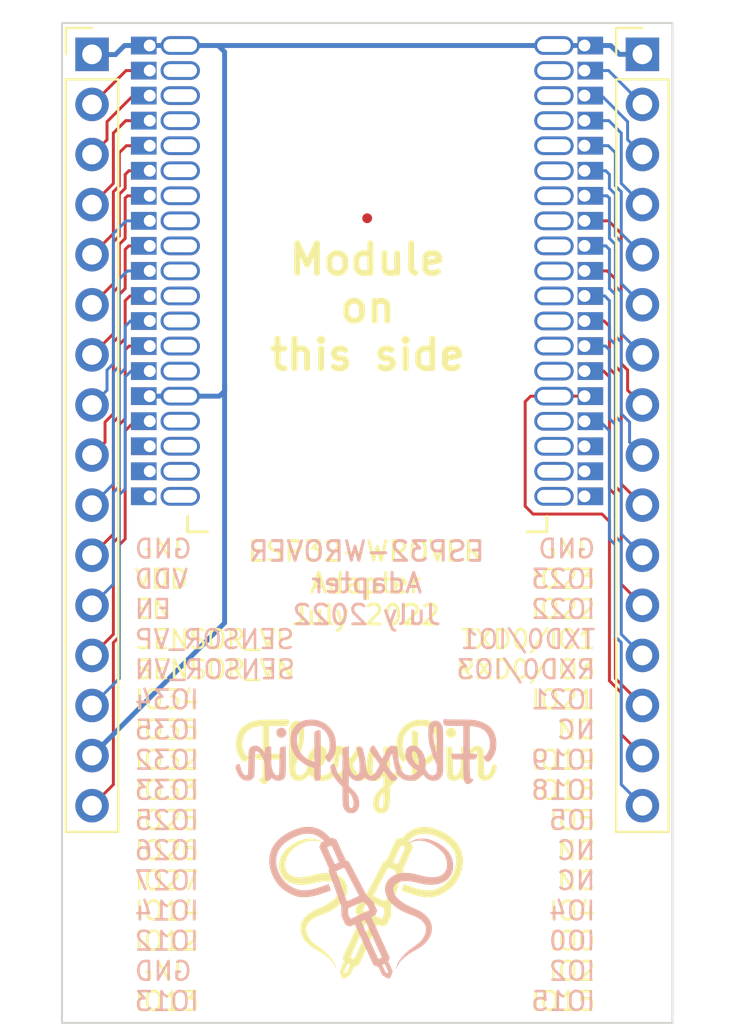
<source format=kicad_pcb>
(kicad_pcb (version 20221018) (generator pcbnew)
  (layers (0 "F.Cu" signal) (31 "B.Cu" signal) (34 "B.Paste" user) (35 "F.Paste" user) (36 "B.SilkS" user "B.Silkscreen") (37 "F.SilkS" user "F.Silkscreen") (38 "B.Mask" user) (39 "F.Mask" user) (44 "Edge.Cuts" user))
  (net 0 "")
  (net 1 "/GND")
  (net 2 "/VDD")
  (net 3 "/EN")
  (net 4 "/SENSOR_VP")
  (net 5 "/SENSOR_VN")
  (net 6 "/IO34")
  (net 7 "/IO35")
  (net 8 "/IO32")
  (net 9 "/IO33")
  (net 10 "/IO25")
  (net 11 "/IO26")
  (net 12 "/IO27")
  (net 13 "/IO14")
  (net 14 "/IO12")
  (net 15 "/IO13")
  (net 16 "/IO15")
  (net 17 "/IO2")
  (net 18 "/IO23")
  (net 19 "/IO22")
  (net 20 "/TXD0{slash}IO1")
  (net 21 "/RXD0{slash}IO3")
  (net 22 "/IO21")
  (net 23 "/NC")
  (net 24 "/IO19")
  (net 25 "/IO18")
  (net 26 "/IO5")
  (net 27 "/IO16")
  (net 28 "/IO4")
  (net 29 "/IO0")
  (net 33 "/IO17")
  (footprint "Connector_PinHeader_2.54mm:PinHeader_1x16_P2.54mm_Vertical" (layer "F.Cu") (at 162.052 81.788)
    (fp_text reference "J22" hide)
    (fp_text value "Conn_01x16")
    (pad "1" thru_hole rect (at 0 0) (size 1.7 1.7) (drill 1) (layers "*.Cu" "*.Mask") (net 1 "/GND"))
    (pad "2" thru_hole oval (at 0 2.54) (size 1.7 1.7) (drill 1) (layers "*.Cu" "*.Mask") (net 18 "/IO23"))
    (pad "3" thru_hole oval (at 0 5.08) (size 1.7 1.7) (drill 1) (layers "*.Cu" "*.Mask") (net 19 "/IO22"))
    (pad "4" thru_hole oval (at 0 7.62) (size 1.7 1.7) (drill 1) (layers "*.Cu" "*.Mask") (net 20 "/TXD0{slash}IO1"))
    (pad "5" thru_hole oval (at 0 10.16) (size 1.7 1.7) (drill 1) (layers "*.Cu" "*.Mask") (net 21 "/RXD0{slash}IO3"))
    (pad "6" thru_hole oval (at 0 12.7) (size 1.7 1.7) (drill 1) (layers "*.Cu" "*.Mask") (net 22 "/IO21"))
    (pad "7" thru_hole oval (at 0 15.24) (size 1.7 1.7) (drill 1) (layers "*.Cu" "*.Mask") (net 23 "/NC"))
    (pad "8" thru_hole oval (at 0 17.78) (size 1.7 1.7) (drill 1) (layers "*.Cu" "*.Mask") (net 24 "/IO19"))
    (pad "9" thru_hole oval (at 0 20.32) (size 1.7 1.7) (drill 1) (layers "*.Cu" "*.Mask") (net 25 "/IO18"))
    (pad "10" thru_hole oval (at 0 22.86) (size 1.7 1.7) (drill 1) (layers "*.Cu" "*.Mask") (net 26 "/IO5"))
    (pad "11" thru_hole oval (at 0 25.4) (size 1.7 1.7) (drill 1) (layers "*.Cu" "*.Mask") (net 33 "/IO17"))
    (pad "12" thru_hole oval (at 0 27.94) (size 1.7 1.7) (drill 1) (layers "*.Cu" "*.Mask") (net 27 "/IO16"))
    (pad "13" thru_hole oval (at 0 30.48) (size 1.7 1.7) (drill 1) (layers "*.Cu" "*.Mask") (net 28 "/IO4"))
    (pad "14" thru_hole oval (at 0 33.02) (size 1.7 1.7) (drill 1) (layers "*.Cu" "*.Mask") (net 29 "/IO0"))
    (pad "15" thru_hole oval (at 0 35.56) (size 1.7 1.7) (drill 1) (layers "*.Cu" "*.Mask") (net 17 "/IO2"))
    (pad "16" thru_hole oval (at 0 38.1) (size 1.7 1.7) (drill 1) (layers "*.Cu" "*.Mask") (net 16 "/IO15"))
  )
  (footprint "FlexyPin:FlexyPin_1x02_P1.27mm" (layer "F.Cu") (at 137.04 92.77)
    (fp_text reference "J4" hide)
    (fp_text value "Conn_01x02")
    (pad "" thru_hole oval (at 1.55 0 180) (size 2 0.95) (drill oval 1.7 0.65) (layers "*.Cu" "*.Mask"))
    (pad "" thru_hole oval (at 1.55 1.27 180) (size 2 0.95) (drill oval 1.7 0.65) (layers "*.Cu" "*.Mask"))
    (pad "1" thru_hole rect (at 0 0) (size 1.3 0.9) (drill 0.6 (offset -0.3 0)) (layers "*.Cu" "*.Mask") (net 10 "/IO25"))
    (pad "2" thru_hole rect (at 0 1.27) (size 1.3 0.9) (drill 0.6 (offset -0.3 0)) (layers "*.Cu" "*.Mask") (net 11 "/IO26"))
  )
  (footprint "FlexyPin:FlexyPin_1x02_P1.27mm" (layer "F.Cu") (at 137.04 100.39)
    (fp_text reference "J7" hide)
    (fp_text value "Conn_01x02")
    (pad "" thru_hole oval (at 1.55 0 180) (size 2 0.95) (drill oval 1.7 0.65) (layers "*.Cu" "*.Mask"))
    (pad "" thru_hole oval (at 1.55 1.27 180) (size 2 0.95) (drill oval 1.7 0.65) (layers "*.Cu" "*.Mask"))
    (pad "1" thru_hole rect (at 0 0) (size 1.3 0.9) (drill 0.6 (offset -0.3 0)) (layers "*.Cu" "*.Mask") (net 15 "/IO13"))
    (pad "2" thru_hole rect (at 0 1.27) (size 1.3 0.9) (drill 0.6 (offset -0.3 0)) (layers "*.Cu" "*.Mask"))
  )
  (footprint "Connector_PinHeader_2.54mm:PinHeader_1x16_P2.54mm_Vertical" (layer "F.Cu") (at 134.112 81.788)
    (fp_text reference "J1" hide)
    (fp_text value "Conn_01x16")
    (pad "1" thru_hole rect (at 0 0) (size 1.7 1.7) (drill 1) (layers "*.Cu" "*.Mask") (net 1 "/GND"))
    (pad "2" thru_hole oval (at 0 2.54) (size 1.7 1.7) (drill 1) (layers "*.Cu" "*.Mask") (net 2 "/VDD"))
    (pad "3" thru_hole oval (at 0 5.08) (size 1.7 1.7) (drill 1) (layers "*.Cu" "*.Mask") (net 3 "/EN"))
    (pad "4" thru_hole oval (at 0 7.62) (size 1.7 1.7) (drill 1) (layers "*.Cu" "*.Mask") (net 4 "/SENSOR_VP"))
    (pad "5" thru_hole oval (at 0 10.16) (size 1.7 1.7) (drill 1) (layers "*.Cu" "*.Mask") (net 5 "/SENSOR_VN"))
    (pad "6" thru_hole oval (at 0 12.7) (size 1.7 1.7) (drill 1) (layers "*.Cu" "*.Mask") (net 6 "/IO34"))
    (pad "7" thru_hole oval (at 0 15.24) (size 1.7 1.7) (drill 1) (layers "*.Cu" "*.Mask") (net 7 "/IO35"))
    (pad "8" thru_hole oval (at 0 17.78) (size 1.7 1.7) (drill 1) (layers "*.Cu" "*.Mask") (net 8 "/IO32"))
    (pad "9" thru_hole oval (at 0 20.32) (size 1.7 1.7) (drill 1) (layers "*.Cu" "*.Mask") (net 9 "/IO33"))
    (pad "10" thru_hole oval (at 0 22.86) (size 1.7 1.7) (drill 1) (layers "*.Cu" "*.Mask") (net 10 "/IO25"))
    (pad "11" thru_hole oval (at 0 25.4) (size 1.7 1.7) (drill 1) (layers "*.Cu" "*.Mask") (net 11 "/IO26"))
    (pad "12" thru_hole oval (at 0 27.94) (size 1.7 1.7) (drill 1) (layers "*.Cu" "*.Mask") (net 12 "/IO27"))
    (pad "13" thru_hole oval (at 0 30.48) (size 1.7 1.7) (drill 1) (layers "*.Cu" "*.Mask") (net 13 "/IO14"))
    (pad "14" thru_hole oval (at 0 33.02) (size 1.7 1.7) (drill 1) (layers "*.Cu" "*.Mask") (net 14 "/IO12"))
    (pad "15" thru_hole oval (at 0 35.56) (size 1.7 1.7) (drill 1) (layers "*.Cu" "*.Mask") (net 1 "/GND"))
    (pad "16" thru_hole oval (at 0 38.1) (size 1.7 1.7) (drill 1) (layers "*.Cu" "*.Mask") (net 15 "/IO13"))
  )
  (footprint "FlexyPin:FlexyPin_1x02_P1.27mm" (layer "F.Cu") (at 137.04 95.31)
    (fp_text reference "J5" hide)
    (fp_text value "Conn_01x02")
    (pad "" thru_hole oval (at 1.55 0 180) (size 2 0.95) (drill oval 1.7 0.65) (layers "*.Cu" "*.Mask"))
    (pad "" thru_hole oval (at 1.55 1.27 180) (size 2 0.95) (drill oval 1.7 0.65) (layers "*.Cu" "*.Mask"))
    (pad "1" thru_hole rect (at 0 0) (size 1.3 0.9) (drill 0.6 (offset -0.3 0)) (layers "*.Cu" "*.Mask") (net 12 "/IO27"))
    (pad "2" thru_hole rect (at 0 1.27) (size 1.3 0.9) (drill 0.6 (offset -0.3 0)) (layers "*.Cu" "*.Mask") (net 13 "/IO14"))
  )
  (footprint "FlexyPin:FlexyPin_1x02_P1.27mm" (layer "F.Cu") (at 137.04 97.85)
    (fp_text reference "J6" hide)
    (fp_text value "Conn_01x02")
    (pad "" thru_hole oval (at 1.55 0 180) (size 2 0.95) (drill oval 1.7 0.65) (layers "*.Cu" "*.Mask"))
    (pad "" thru_hole oval (at 1.55 1.27 180) (size 2 0.95) (drill oval 1.7 0.65) (layers "*.Cu" "*.Mask") (net 1 "/GND"))
    (pad "1" thru_hole rect (at 0 0) (size 1.3 0.9) (drill 0.6 (offset -0.3 0)) (layers "*.Cu" "*.Mask") (net 14 "/IO12"))
    (pad "2" thru_hole rect (at 0 1.27) (size 1.3 0.9) (drill 0.6 (offset -0.3 0)) (layers "*.Cu" "*.Mask") (net 1 "/GND"))
  )
  (footprint "FlexyPin:FlexyPin_1x02_P1.27mm" (layer "F.Cu") (at 137.04 82.61)
    (fp_text reference "J24" hide)
    (fp_text value "Conn_01x02")
    (pad "" thru_hole oval (at 1.55 0 180) (size 2 0.95) (drill oval 1.7 0.65) (layers "*.Cu" "*.Mask"))
    (pad "" thru_hole oval (at 1.55 1.27 180) (size 2 0.95) (drill oval 1.7 0.65) (layers "*.Cu" "*.Mask"))
    (pad "1" thru_hole rect (at 0 0) (size 1.3 0.9) (drill 0.6 (offset -0.3 0)) (layers "*.Cu" "*.Mask") (net 2 "/VDD"))
    (pad "2" thru_hole rect (at 0 1.27) (size 1.3 0.9) (drill 0.6 (offset -0.3 0)) (layers "*.Cu" "*.Mask") (net 3 "/EN"))
  )
  (footprint "FlexyPin:FlexyPin_1x02_P1.27mm" (layer "F.Cu") (at 159.1126 94.04 180)
    (fp_text reference "J17" hide)
    (fp_text value "Conn_01x02")
    (pad "" thru_hole oval (at 1.55 0) (size 2 0.95) (drill oval 1.7 0.65) (layers "*.Cu" "*.Mask"))
    (pad "" thru_hole oval (at 1.55 1.27) (size 2 0.95) (drill oval 1.7 0.65) (layers "*.Cu" "*.Mask"))
    (pad "1" thru_hole rect (at 0 0 180) (size 1.3 0.9) (drill 0.6 (offset -0.3 0)) (layers "*.Cu" "*.Mask") (net 33 "/IO17"))
    (pad "2" thru_hole rect (at 0 1.27 180) (size 1.3 0.9) (drill 0.6 (offset -0.3 0)) (layers "*.Cu" "*.Mask") (net 26 "/IO5"))
  )
  (footprint "LOGO" (layer "F.Cu") (at 148.05 117.893522)
    (fp_text reference "G***" hide)
    (fp_text value "LOGO" hide)
  )
  (footprint "FlexyPin:FlexyPin_1x02_P1.27mm" (layer "F.Cu") (at 159.11 86.42 180)
    (fp_text reference "J27" hide)
    (fp_text value "Conn_01x02")
    (pad "" thru_hole oval (at 1.55 0) (size 2 0.95) (drill oval 1.7 0.65) (layers "*.Cu" "*.Mask"))
    (pad "" thru_hole oval (at 1.55 1.27) (size 2 0.95) (drill oval 1.7 0.65) (layers "*.Cu" "*.Mask"))
    (pad "1" thru_hole rect (at 0 0 180) (size 1.3 0.9) (drill 0.6 (offset -0.3 0)) (layers "*.Cu" "*.Mask") (net 21 "/RXD0{slash}IO3"))
    (pad "2" thru_hole rect (at 0 1.27 180) (size 1.3 0.9) (drill 0.6 (offset -0.3 0)) (layers "*.Cu" "*.Mask") (net 20 "/TXD0{slash}IO1"))
  )
  (footprint "FlexyPin:FlexyPin_1x02_P1.27mm" (layer "F.Cu") (at 159.1126 91.5 180)
    (fp_text reference "J16" hide)
    (fp_text value "Conn_01x02")
    (pad "" thru_hole oval (at 1.55 0) (size 2 0.95) (drill oval 1.7 0.65) (layers "*.Cu" "*.Mask"))
    (pad "" thru_hole oval (at 1.55 1.27) (size 2 0.95) (drill oval 1.7 0.65) (layers "*.Cu" "*.Mask"))
    (pad "1" thru_hole rect (at 0 0 180) (size 1.3 0.9) (drill 0.6 (offset -0.3 0)) (layers "*.Cu" "*.Mask") (net 25 "/IO18"))
    (pad "2" thru_hole rect (at 0 1.27 180) (size 1.3 0.9) (drill 0.6 (offset -0.3 0)) (layers "*.Cu" "*.Mask") (net 24 "/IO19"))
  )
  (footprint "FlexyPin:FlexyPin_1x02_P1.27mm" (layer "F.Cu") (at 159.1126 96.58 180)
    (fp_text reference "J18" hide)
    (fp_text value "Conn_01x02")
    (pad "" thru_hole oval (at 1.55 0) (size 2 0.95) (drill oval 1.7 0.65) (layers "*.Cu" "*.Mask"))
    (pad "" thru_hole oval (at 1.55 1.27) (size 2 0.95) (drill oval 1.7 0.65) (layers "*.Cu" "*.Mask"))
    (pad "1" thru_hole rect (at 0 0 180) (size 1.3 0.9) (drill 0.6 (offset -0.3 0)) (layers "*.Cu" "*.Mask") (net 28 "/IO4"))
    (pad "2" thru_hole rect (at 0 1.27 180) (size 1.3 0.9) (drill 0.6 (offset -0.3 0)) (layers "*.Cu" "*.Mask") (net 27 "/IO16"))
  )
  (footprint "FlexyPin:FlexyPin_1x02_P1.27mm" (layer "F.Cu") (at 159.1126 99.12 180)
    (fp_text reference "J19" hide)
    (fp_text value "Conn_01x02")
    (pad "" thru_hole oval (at 1.55 0) (size 2 0.95) (drill oval 1.7 0.65) (layers "*.Cu" "*.Mask") (net 17 "/IO2"))
    (pad "" thru_hole oval (at 1.55 1.27) (size 2 0.95) (drill oval 1.7 0.65) (layers "*.Cu" "*.Mask"))
    (pad "1" thru_hole rect (at 0 0 180) (size 1.3 0.9) (drill 0.6 (offset -0.3 0)) (layers "*.Cu" "*.Mask") (net 17 "/IO2"))
    (pad "2" thru_hole rect (at 0 1.27 180) (size 1.3 0.9) (drill 0.6 (offset -0.3 0)) (layers "*.Cu" "*.Mask") (net 29 "/IO0"))
  )
  (footprint "FlexyPin:FlexyPin_1x02_P1.27mm" (layer "F.Cu") (at 137.04 87.69)
    (fp_text reference "J2" hide)
    (fp_text value "Conn_01x02")
    (pad "" thru_hole oval (at 1.55 0 180) (size 2 0.95) (drill oval 1.7 0.65) (layers "*.Cu" "*.Mask"))
    (pad "" thru_hole oval (at 1.55 1.27 180) (size 2 0.95) (drill oval 1.7 0.65) (layers "*.Cu" "*.Mask"))
    (pad "1" thru_hole rect (at 0 0) (size 1.3 0.9) (drill 0.6 (offset -0.3 0)) (layers "*.Cu" "*.Mask") (net 6 "/IO34"))
    (pad "2" thru_hole rect (at 0 1.27) (size 1.3 0.9) (drill 0.6 (offset -0.3 0)) (layers "*.Cu" "*.Mask") (net 7 "/IO35"))
  )
  (footprint "FlexyPin:FlexyPin_1x02_P1.27mm" (layer "F.Cu") (at 137.04 90.23)
    (fp_text reference "J3" hide)
    (fp_text value "Conn_01x02")
    (pad "" thru_hole oval (at 1.55 0 180) (size 2 0.95) (drill oval 1.7 0.65) (layers "*.Cu" "*.Mask"))
    (pad "" thru_hole oval (at 1.55 1.27 180) (size 2 0.95) (drill oval 1.7 0.65) (layers "*.Cu" "*.Mask"))
    (pad "1" thru_hole rect (at 0 0) (size 1.3 0.9) (drill 0.6 (offset -0.3 0)) (layers "*.Cu" "*.Mask") (net 8 "/IO32"))
    (pad "2" thru_hole rect (at 0 1.27) (size 1.3 0.9) (drill 0.6 (offset -0.3 0)) (layers "*.Cu" "*.Mask") (net 9 "/IO33"))
  )
  (footprint "FlexyPin:FlexyPin_1x01_P1.27mm" (layer "F.Cu") (at 137.04 81.34)
    (fp_text reference "J12" hide)
    (fp_text value "Conn_01x01")
    (pad "" thru_hole oval (at 1.55 0) (size 2 0.95) (drill oval 1.7 0.65) (layers "*.Cu" "*.Mask") (net 1 "/GND"))
    (pad "1" thru_hole rect (at 0 0) (size 1.3 0.9) (drill 0.6 (offset -0.3 0)) (layers "*.Cu" "*.Mask") (net 1 "/GND"))
  )
  (footprint "FlexyPin:FlexyPin_1x02_P1.27mm" (layer "F.Cu") (at 159.1126 104.2 180)
    (fp_text reference "J21" hide)
    (fp_text value "Conn_01x02")
    (pad "" thru_hole oval (at 1.55 0) (size 2 0.95) (drill oval 1.7 0.65) (layers "*.Cu" "*.Mask"))
    (pad "" thru_hole oval (at 1.55 1.27) (size 2 0.95) (drill oval 1.7 0.65) (layers "*.Cu" "*.Mask"))
    (pad "1" thru_hole rect (at 0 0 180) (size 1.3 0.9) (drill 0.6 (offset -0.3 0)) (layers "*.Cu" "*.Mask"))
    (pad "2" thru_hole rect (at 0 1.27 180) (size 1.3 0.9) (drill 0.6 (offset -0.3 0)) (layers "*.Cu" "*.Mask"))
  )
  (footprint "Symbols_Extra:SolderParty-New-Logo_10x8.5mm_SilkScreen" (layer "F.Cu") (at 148.6 124.493522)
    (fp_text reference "G***" hide)
    (fp_text value "LOGO" hide)
  )
  (footprint "Fiducial:Fiducial_0.5mm_Mask1.5mm" (layer "F.Cu") (at 148.08 90.1)
    (fp_text reference "REF**" hide)
    (fp_text value "Fiducial_0.5mm_Mask1.5mm")
    (pad "" smd circle (at 0 0) (size 0.5 0.5) (layers "F.Cu") (clearance 0.5))
  )
  (footprint "FlexyPin:FlexyPin_1x02_P1.27mm" (layer "F.Cu") (at 159.1126 88.96 180)
    (fp_text reference "J15" hide)
    (fp_text value "Conn_01x02")
    (pad "" thru_hole oval (at 1.55 0) (size 2 0.95) (drill oval 1.7 0.65) (layers "*.Cu" "*.Mask"))
    (pad "" thru_hole oval (at 1.55 1.27) (size 2 0.95) (drill oval 1.7 0.65) (layers "*.Cu" "*.Mask"))
    (pad "1" thru_hole rect (at 0 0 180) (size 1.3 0.9) (drill 0.6 (offset -0.3 0)) (layers "*.Cu" "*.Mask") (net 23 "/NC"))
    (pad "2" thru_hole rect (at 0 1.27 180) (size 1.3 0.9) (drill 0.6 (offset -0.3 0)) (layers "*.Cu" "*.Mask") (net 22 "/IO21"))
  )
  (footprint "FlexyPin:FlexyPin_1x02_P1.27mm" (layer "F.Cu") (at 137.04 102.93)
    (fp_text reference "J8" hide)
    (fp_text value "Conn_01x02")
    (pad "" thru_hole oval (at 1.55 0 180) (size 2 0.95) (drill oval 1.7 0.65) (layers "*.Cu" "*.Mask"))
    (pad "" thru_hole oval (at 1.55 1.27 180) (size 2 0.95) (drill oval 1.7 0.65) (layers "*.Cu" "*.Mask"))
    (pad "1" thru_hole rect (at 0 0) (size 1.3 0.9) (drill 0.6 (offset -0.3 0)) (layers "*.Cu" "*.Mask"))
    (pad "2" thru_hole rect (at 0 1.27) (size 1.3 0.9) (drill 0.6 (offset -0.3 0)) (layers "*.Cu" "*.Mask"))
  )
  (footprint "FlexyPin:FlexyPin_1x02_P1.27mm" (layer "F.Cu") (at 159.11 83.88 180)
    (fp_text reference "J25" hide)
    (fp_text value "Conn_01x02")
    (pad "" thru_hole oval (at 1.55 0) (size 2 0.95) (drill oval 1.7 0.65) (layers "*.Cu" "*.Mask"))
    (pad "" thru_hole oval (at 1.55 1.27) (size 2 0.95) (drill oval 1.7 0.65) (layers "*.Cu" "*.Mask"))
    (pad "1" thru_hole rect (at 0 0 180) (size 1.3 0.9) (drill 0.6 (offset -0.3 0)) (layers "*.Cu" "*.Mask") (net 19 "/IO22"))
    (pad "2" thru_hole rect (at 0 1.27 180) (size 1.3 0.9) (drill 0.6 (offset -0.3 0)) (layers "*.Cu" "*.Mask") (net 18 "/IO23"))
  )
  (footprint "FlexyPin:FlexyPin_1x02_P1.27mm" (layer "F.Cu") (at 159.1126 101.6645 180)
    (fp_text reference "J20" hide)
    (fp_text value "Conn_01x02")
    (pad "" thru_hole oval (at 1.55 0) (size 2 0.95) (drill oval 1.7 0.65) (layers "*.Cu" "*.Mask"))
    (pad "" thru_hole oval (at 1.55 1.27) (size 2 0.95) (drill oval 1.7 0.65) (layers "*.Cu" "*.Mask"))
    (pad "1" thru_hole rect (at 0 0 180) (size 1.3 0.9) (drill 0.6 (offset -0.3 0)) (layers "*.Cu" "*.Mask"))
    (pad "2" thru_hole rect (at 0 1.27 180) (size 1.3 0.9) (drill 0.6 (offset -0.3 0)) (layers "*.Cu" "*.Mask") (net 16 "/IO15"))
  )
  (footprint "FlexyPin:FlexyPin_1x02_P1.27mm" (layer "F.Cu") (at 137.04 85.15)
    (fp_text reference "J26" hide)
    (fp_text value "Conn_01x02")
    (pad "" thru_hole oval (at 1.55 0 180) (size 2 0.95) (drill oval 1.7 0.65) (layers "*.Cu" "*.Mask"))
    (pad "" thru_hole oval (at 1.55 1.27 180) (size 2 0.95) (drill oval 1.7 0.65) (layers "*.Cu" "*.Mask"))
    (pad "1" thru_hole rect (at 0 0) (size 1.3 0.9) (drill 0.6 (offset -0.3 0)) (layers "*.Cu" "*.Mask") (net 4 "/SENSOR_VP"))
    (pad "2" thru_hole rect (at 0 1.27) (size 1.3 0.9) (drill 0.6 (offset -0.3 0)) (layers "*.Cu" "*.Mask") (net 5 "/SENSOR_VN"))
  )
  (footprint "FlexyPin:FlexyPin_1x01_P1.27mm" (layer "F.Cu") (at 159.11 81.34 180)
    (fp_text reference "J23" hide)
    (fp_text value "Conn_01x01")
    (pad "" thru_hole oval (at 1.55 0 180) (size 2 0.95) (drill oval 1.7 0.65) (layers "*.Cu" "*.Mask") (net 1 "/GND"))
    (pad "1" thru_hole rect (at 0 0 180) (size 1.3 0.9) (drill 0.6 (offset -0.3 0)) (layers "*.Cu" "*.Mask") (net 1 "/GND"))
  )
  (footprint "Symbols_Extra:SolderParty-New-Logo_10x8.5mm_SilkScreen" (layer "B.Cu") (at 147.457601 124.489671 180)
    (fp_text reference "G***" hide)
    (fp_text value "LOGO" hide)
  )
  (footprint "LOGO" (layer "B.Cu") (at 148.007601 117.889671 180)
    (fp_text reference "G***" hide)
    (fp_text value "LOGO" hide)
  )
  (gr_line (start 138.96 106) (end 139.96 106) (stroke (width 0.15)) (layer "F.SilkS"))
  (gr_line (start 138.96 105.22) (end 138.96 106) (stroke (width 0.15)) (layer "F.SilkS"))
  (gr_line (start 157.2 105.22) (end 157.2 106) (stroke (width 0.15)) (layer "F.SilkS"))
  (gr_line (start 157.2 106) (end 156.2 106) (stroke (width 0.15)) (layer "F.SilkS"))
  (gr_line (start 132.588 80.2) (end 163.576 80.2) (stroke (width 0.1)) (layer "Edge.Cuts"))
  (gr_line (start 163.576 130.9) (end 132.588 130.9) (stroke (width 0.1)) (layer "Edge.Cuts"))
  (gr_line (start 163.576 80.2) (end 163.576 130.9) (stroke (width 0.1)) (layer "Edge.Cuts"))
  (gr_line (start 132.588 130.9) (end 132.588 80.2) (stroke (width 0.1)) (layer "Edge.Cuts"))
  (gr_text "ESP32-WROVER\nAdapter\nJuly 2022" (at 148.057601 108.6) (layer "B.SilkS") (effects (font (size 1 1)) (justify mirror)))
  (gr_text "GND\nIO23\nIO22\nTXD0/IO1\nRXD0/IO3\nIO21\nNC\nIO19\nIO18\nIO5\nNC\nNC\nIO4\nIO0\nIO2\nIO15" (at 159.74499 118.334232) (layer "B.SilkS") (effects (font (size 0.95 0.95) (thickness 0.13)) (justify left mirror)))
  (gr_text "GND\nVDD\nEN\nSENSOR_VP\nSENSOR_VN\nIO34\nIO35\nIO32\nIO33\nIO25\nIO26\nIO27\nIO14\nIO12\nGND\nIO13" (at 136.192188 118.337437) (layer "B.SilkS") (effects (font (size 0.95 0.95) (thickness 0.13)) (justify right mirror)))
  (gr_text "Module\non\nthis side" (at 148.1 94.61) (layer "F.SilkS") (effects (font (size 1.5 1.5) (thickness 0.3) bold)))
  (gr_text "GND\nVDD\nEN\nSENSOR_VP\nSENSOR_VN\nIO34\nIO35\nIO32\nIO33\nIO25\nIO26\nIO27\nIO14\nIO12\nGND\nIO13" (at 136.2 118.337438) (layer "F.SilkS") (effects (font (size 0.95 0.95) (thickness 0.13)) (justify left)))
  (gr_text "GND\nIO23\nIO22\nTXD0/IO1\nRXD0/IO3\nIO21\nNC\nIO19\nIO18\nIO5\nNC\nNC\nIO4\nIO0\nIO2\nIO15" (at 159.75 118.337438) (layer "F.SilkS") (effects (font (size 0.95 0.95) (thickness 0.13)) (justify right)))
  (gr_text "ESP32-WROVER\nAdapter\nJuly 2022" (at 148 108.603851) (layer "F.SilkS") (effects (font (size 1 1))))
  (segment (start 140.84 98.56) (end 140.84 110.62) (width 0.25) (layer "B.Cu") (net 1))
  (segment (start 140.56 81.34) (end 140.56 81.38) (width 0.25) (layer "B.Cu") (net 1))
  (segment (start 140.28 99.12) (end 140.58 99.12) (width 0.25) (layer "B.Cu") (net 1))
  (segment (start 135.3 81.8) (end 135.76 81.34) (width 0.25) (layer "B.Cu") (net 1))
  (segment (start 140.56 81.38) (end 140.84 81.66) (width 0.25) (layer "B.Cu") (net 1))
  (segment (start 138.6 99.12) (end 140.29 99.12) (width 0.25) (layer "B.Cu") (net 1))
  (segment (start 135.76 81.34) (end 137.04 81.34) (width 0.25) (layer "B.Cu") (net 1))
  (segment (start 140.84 98.86) (end 140.84 98.56) (width 0.25) (layer "B.Cu") (net 1))
  (segment (start 140.84 98.56) (end 140.84 81.66) (width 0.25) (layer "B.Cu") (net 1))
  (segment (start 134.122 81.788) (end 134.134 81.8) (width 0.25) (layer "B.Cu") (net 1))
  (segment (start 162.052 81.788) (end 160.888 81.788) (width 0.25) (layer "B.Cu") (net 1))
  (segment (start 137.05 99.12) (end 138.6 99.12) (width 0.25) (layer "B.Cu") (net 1))
  (segment (start 160.888 81.788) (end 160.44 81.34) (width 0.25) (layer "B.Cu") (net 1))
  (segment (start 134.134 81.8) (end 135.31 81.8) (width 0.25) (layer "B.Cu") (net 1))
  (segment (start 140.58 99.12) (end 140.84 98.86) (width 0.25) (layer "B.Cu") (net 1))
  (segment (start 160.44 81.34) (end 159.11 81.34) (width 0.25) (layer "B.Cu") (net 1))
  (segment (start 140.84 81.34) (end 140.56 81.34) (width 0.25) (layer "B.Cu") (net 1))
  (segment (start 159.11 81.34) (end 140.84 81.34) (width 0.25) (layer "B.Cu") (net 1))
  (segment (start 140.84 110.62) (end 134.112 117.348) (width 0.25) (layer "B.Cu") (net 1))
  (segment (start 140.56 81.34) (end 137.04 81.34) (width 0.25) (layer "B.Cu") (net 1))
  (segment (start 137.062 82.612) (end 135.838 82.612) (width 0.15) (layer "F.Cu") (net 2))
  (segment (start 135.838 82.612) (end 134.12 84.33) (width 0.15) (layer "F.Cu") (net 2))
  (segment (start 134.872 85.202) (end 134.872 86.118) (width 0.15) (layer "F.Cu") (net 3))
  (segment (start 136.192 83.882) (end 134.872 85.202) (width 0.15) (layer "F.Cu") (net 3))
  (segment (start 134.872 86.118) (end 134.12 86.87) (width 0.15) (layer "F.Cu") (net 3))
  (segment (start 137.062 83.882) (end 136.192 83.882) (width 0.15) (layer "F.Cu") (net 3))
  (segment (start 137.062 85.152) (end 135.822 85.152) (width 0.15) (layer "F.Cu") (net 4))
  (segment (start 135.194511 88.335489) (end 134.12 89.41) (width 0.15) (layer "F.Cu") (net 4))
  (segment (start 135.194511 85.779489) (end 135.194511 88.335489) (width 0.15) (layer "F.Cu") (net 4))
  (segment (start 135.822 85.152) (end 135.194511 85.779489) (width 0.15) (layer "F.Cu") (net 4))
  (segment (start 135.852 86.422) (end 135.494031 86.779969) (width 0.15) (layer "F.Cu") (net 5))
  (segment (start 135.194511 88.759075) (end 135.194511 90.875489) (width 0.15) (layer "F.Cu") (net 5))
  (segment (start 137.062 86.422) (end 135.852 86.422) (width 0.15) (layer "F.Cu") (net 5))
  (segment (start 135.194511 90.875489) (end 134.12 91.95) (width 0.15) (layer "F.Cu") (net 5))
  (segment (start 135.494031 88.459555) (end 135.194511 88.759075) (width 0.15) (layer "F.Cu") (net 5))
  (segment (start 135.494031 86.779969) (end 135.494031 88.459555) (width 0.15) (layer "F.Cu") (net 5))
  (segment (start 137.0594 87.692) (end 135.982 87.692) (width 0.15) (layer "F.Cu") (net 6))
  (segment (start 135.982 87.692) (end 135.793551 87.880449) (width 0.15) (layer "F.Cu") (net 6))
  (segment (start 135.194511 91.299075) (end 135.194511 93.415489) (width 0.15) (layer "F.Cu") (net 6))
  (segment (start 135.793551 88.583621) (end 135.494031 88.883141) (width 0.15) (layer "F.Cu") (net 6))
  (segment (start 135.793551 87.880449) (end 135.793551 88.583621) (width 0.15) (layer "F.Cu") (net 6))
  (segment (start 135.194511 93.415489) (end 134.12 94.49) (width 0.15) (layer "F.Cu") (net 6))
  (segment (start 135.494031 88.883141) (end 135.494031 90.999555) (width 0.15) (layer "F.Cu") (net 6))
  (segment (start 135.494031 90.999555) (end 135.194511 91.299075) (width 0.15) (layer "F.Cu") (net 6))
  (segment (start 135.793551 91.123621) (end 135.494031 91.423141) (width 0.15) (layer "F.Cu") (net 7))
  (segment (start 137.0594 88.962) (end 135.912 88.962) (width 0.15) (layer "F.Cu") (net 7))
  (segment (start 135.194511 93.839075) (end 135.194511 95.955489) (width 0.15) (layer "F.Cu") (net 7))
  (segment (start 135.494031 91.423141) (end 135.494031 93.539554) (width 0.15) (layer "F.Cu") (net 7))
  (segment (start 135.194511 95.955489) (end 134.12 97.03) (width 0.15) (layer "F.Cu") (net 7))
  (segment (start 135.793551 89.080449) (end 135.793551 91.123621) (width 0.15) (layer "F.Cu") (net 7))
  (segment (start 135.494031 93.539554) (end 135.194511 93.839075) (width 0.15) (layer "F.Cu") (net 7))
  (segment (start 135.912 88.962) (end 135.793551 89.080449) (width 0.15) (layer "F.Cu") (net 7))
  (segment (start 134.12 99.57) (end 134.872 98.818) (width 0.15) (layer "B.Cu") (net 8))
  (segment (start 134.872 97.797589) (end 135.194511 97.475078) (width 0.15) (layer "B.Cu") (net 8))
  (segment (start 135.194511 90.879489) (end 135.842 90.232) (width 0.15) (layer "B.Cu") (net 8))
  (segment (start 135.194511 97.475078) (end 135.194511 90.879489) (width 0.15) (layer "B.Cu") (net 8))
  (segment (start 134.872 98.818) (end 134.872 97.797589) (width 0.15) (layer "B.Cu") (net 8))
  (segment (start 135.842 90.232) (end 137.0594 90.232) (width 0.15) (layer "B.Cu") (net 8))
  (segment (start 135.194511 96.379075) (end 135.494031 96.079555) (width 0.15) (layer "F.Cu") (net 9))
  (segment (start 135.494031 96.079555) (end 135.494031 93.963139) (width 0.15) (layer "F.Cu") (net 9))
  (segment (start 134.772 100.437589) (end 135.194511 100.015078) (width 0.15) (layer "F.Cu") (net 9))
  (segment (start 134.12 102.11) (end 134.772 101.458) (width 0.15) (layer "F.Cu") (net 9))
  (segment (start 135.972 91.502) (end 137.0594 91.502) (width 0.15) (layer "F.Cu") (net 9))
  (segment (start 135.793551 91.680449) (end 135.972 91.502) (width 0.15) (layer "F.Cu") (net 9))
  (segment (start 134.772 101.458) (end 134.772 100.437589) (width 0.15) (layer "F.Cu") (net 9))
  (segment (start 135.194511 100.015078) (end 135.194511 96.379075) (width 0.15) (layer "F.Cu") (net 9))
  (segment (start 135.494031 93.963139) (end 135.793551 93.663619) (width 0.15) (layer "F.Cu") (net 9))
  (segment (start 135.793551 93.663619) (end 135.793551 91.680449) (width 0.15) (layer "F.Cu") (net 9))
  (segment (start 135.194511 97.898663) (end 135.494031 97.599143) (width 0.15) (layer "B.Cu") (net 10))
  (segment (start 135.902 92.772) (end 137.0594 92.772) (width 0.15) (layer "B.Cu") (net 10))
  (segment (start 135.494031 97.599143) (end 135.494031 93.179969) (width 0.15) (layer "B.Cu") (net 10))
  (segment (start 135.494031 93.179969) (end 135.902 92.772) (width 0.15) (layer "B.Cu") (net 10))
  (segment (start 135.194511 103.575489) (end 135.194511 97.898663) (width 0.15) (layer "B.Cu") (net 10))
  (segment (start 134.12 104.65) (end 135.194511 103.575489) (width 0.15) (layer "B.Cu") (net 10))
  (segment (start 134.12 107.19) (end 135.194511 106.115489) (width 0.15) (layer "F.Cu") (net 11))
  (segment (start 135.194511 100.438664) (end 135.494031 100.139143) (width 0.15) (layer "F.Cu") (net 11))
  (segment (start 135.494031 100.139143) (end 135.494031 96.50314) (width 0.15) (layer "F.Cu") (net 11))
  (segment (start 135.194511 106.115489) (end 135.194511 100.438664) (width 0.15) (layer "F.Cu") (net 11))
  (segment (start 136.032 94.042) (end 137.0594 94.042) (width 0.15) (layer "F.Cu") (net 11))
  (segment (start 135.494031 96.50314) (end 135.793551 96.20362) (width 0.15) (layer "F.Cu") (net 11))
  (segment (start 135.793551 94.280449) (end 136.032 94.042) (width 0.15) (layer "F.Cu") (net 11))
  (segment (start 135.793551 96.20362) (end 135.793551 94.280449) (width 0.15) (layer "F.Cu") (net 11))
  (segment (start 135.494031 103.699555) (end 135.194511 103.999075) (width 0.15) (layer "B.Cu") (net 12))
  (segment (start 135.793551 97.723209) (end 135.494031 98.022729) (width 0.15) (layer "B.Cu") (net 12))
  (segment (start 137.0594 95.312) (end 136.062 95.312) (width 0.15) (layer "B.Cu") (net 12))
  (segment (start 135.194511 103.999075) (end 135.194511 108.655489) (width 0.15) (layer "B.Cu") (net 12))
  (segment (start 135.194511 108.655489) (end 134.12 109.73) (width 0.15) (layer "B.Cu") (net 12))
  (segment (start 135.494031 98.022729) (end 135.494031 103.699555) (width 0.15) (layer "B.Cu") (net 12))
  (segment (start 135.793551 95.580449) (end 135.793551 97.723209) (width 0.15) (layer "B.Cu") (net 12))
  (segment (start 136.062 95.312) (end 135.793551 95.580449) (width 0.15) (layer "B.Cu") (net 12))
  (segment (start 135.79355 100.26321) (end 135.793551 96.780449) (width 0.15) (layer "F.Cu") (net 13))
  (segment (start 135.194511 106.539075) (end 135.494031 106.239554) (width 0.15) (layer "F.Cu") (net 13))
  (segment (start 135.793551 96.780449) (end 135.992 96.582) (width 0.15) (layer "F.Cu") (net 13))
  (segment (start 134.12 112.27) (end 135.194511 111.195489) (width 0.15) (layer "F.Cu") (net 13))
  (segment (start 135.494031 106.239554) (end 135.494031 100.562729) (width 0.15) (layer "F.Cu") (net 13))
  (segment (start 135.194511 111.195489) (end 135.194511 106.539075) (width 0.15) (layer "F.Cu") (net 13))
  (segment (start 135.992 96.582) (end 137.0594 96.582) (width 0.15) (layer "F.Cu") (net 13))
  (segment (start 135.494031 100.562729) (end 135.79355 100.26321) (width 0.15) (layer "F.Cu") (net 13))
  (segment (start 135.793551 103.823621) (end 135.494031 104.12314) (width 0.15) (layer "B.Cu") (net 14))
  (segment (start 136.088346 97.852) (end 135.793551 98.146795) (width 0.15) (layer "B.Cu") (net 14))
  (segment (start 135.494031 104.12314) (end 135.494031 113.435969) (width 0.15) (layer "B.Cu") (net 14))
  (segment (start 137.0594 97.852) (end 136.088346 97.852) (width 0.15) (layer "B.Cu") (net 14))
  (segment (start 135.793551 98.146795) (end 135.793551 103.823621) (width 0.15) (layer "B.Cu") (net 14))
  (segment (start 135.494031 113.435969) (end 134.12 114.81) (width 0.15) (layer "B.Cu") (net 14))
  (segment (start 135.494031 111.319555) (end 135.194511 111.619075) (width 0.15) (layer "F.Cu") (net 15))
  (segment (start 135.194511 111.619075) (end 135.194511 118.815489) (width 0.15) (layer "F.Cu") (net 15))
  (segment (start 135.793551 106.363619) (end 135.494031 106.663139) (width 0.15) (layer "F.Cu") (net 15))
  (segment (start 135.194511 118.815489) (end 134.12 119.89) (width 0.15) (layer "F.Cu") (net 15))
  (segment (start 136.2775 100.3965) (end 135.793551 100.880449) (width 0.15) (layer "F.Cu") (net 15))
  (segment (start 137.0594 100.3965) (end 136.2775 100.3965) (width 0.15) (layer "F.Cu") (net 15))
  (segment (start 135.793551 100.880449) (end 135.793551 106.363619) (width 0.15) (layer "F.Cu") (net 15))
  (segment (start 135.494031 106.663139) (end 135.494031 111.319555) (width 0.15) (layer "F.Cu") (net 15))
  (segment (start 160.677969 111.317555) (end 160.977489 111.617075) (width 0.15) (layer "B.Cu") (net 16))
  (segment (start 160.977489 111.617075) (end 160.977489 118.813489) (width 0.15) (layer "B.Cu") (net 16))
  (segment (start 160.378449 100.878449) (end 160.378449 106.361619) (width 0.15) (layer "B.Cu") (net 16))
  (segment (start 160.677969 106.661139) (end 160.677969 111.317555) (width 0.15) (layer "B.Cu") (net 16))
  (segment (start 160.977489 118.813489) (end 162.052 119.888) (width 0.15) (layer "B.Cu") (net 16))
  (segment (start 159.1126 100.3945) (end 159.8945 100.3945) (width 0.15) (layer "B.Cu") (net 16))
  (segment (start 159.8945 100.3945) (end 160.378449 100.878449) (width 0.15) (layer "B.Cu") (net 16))
  (segment (start 160.378449 106.361619) (end 160.677969 106.661139) (width 0.15) (layer "B.Cu") (net 16))
  (segment (start 156.1 99.4) (end 156.1 104.7) (width 0.15) (layer "F.Cu") (net 17))
  (segment (start 160.977489 116.273489) (end 162.052 117.348) (width 0.15) (layer "F.Cu") (net 17))
  (segment (start 156.1 104.7) (end 156.5 105.1) (width 0.15) (layer "F.Cu") (net 17))
  (segment (start 160.977489 114.157075) (end 160.977489 116.273489) (width 0.15) (layer "F.Cu") (net 17))
  (segment (start 156.5 105.1) (end 160 105.1) (width 0.15) (layer "F.Cu") (net 17))
  (segment (start 157.5626 99.12) (end 156.38 99.12) (width 0.15) (layer "F.Cu") (net 17))
  (segment (start 160 105.1) (end 160.378449 105.478449) (width 0.15) (layer "F.Cu") (net 17))
  (segment (start 160.378449 113.558035) (end 160.977489 114.157075) (width 0.15) (layer "F.Cu") (net 17))
  (segment (start 160.378449 105.478449) (end 160.378449 113.558035) (width 0.15) (layer "F.Cu") (net 17))
  (segment (start 156.38 99.12) (end 156.1 99.4) (width 0.15) (layer "F.Cu") (net 17))
  (segment (start 159.1126 99.12) (end 157.5626 99.12) (width 0.15) (layer "F.Cu") (net 17))
  (segment (start 160.334 82.61) (end 162.052 84.328) (width 0.15) (layer "B.Cu") (net 18))
  (segment (start 159.11 82.61) (end 160.334 82.61) (width 0.15) (layer "B.Cu") (net 18))
  (segment (start 161.3 86.116) (end 162.052 86.868) (width 0.15) (layer "B.Cu") (net 19))
  (segment (start 159.11 83.88) (end 159.98 83.88) (width 0.15) (layer "B.Cu") (net 19))
  (segment (start 161.3 85.2) (end 161.3 86.116) (width 0.15) (layer "B.Cu") (net 19))
  (segment (start 159.98 83.88) (end 161.3 85.2) (width 0.15) (layer "B.Cu") (net 19))
  (segment (start 159.11 85.15) (end 160.35 85.15) (width 0.15) (layer "B.Cu") (net 20))
  (segment (start 160.35 85.15) (end 160.977489 85.777489) (width 0.15) (layer "B.Cu") (net 20))
  (segment (start 160.977489 85.777489) (end 160.977489 88.333489) (width 0.15) (layer "B.Cu") (net 20))
  (segment (start 160.977489 88.333489) (end 162.052 89.408) (width 0.15) (layer "B.Cu") (net 20))
  (segment (start 160.977489 90.873489) (end 162.052 91.948) (width 0.15) (layer "B.Cu") (net 21))
  (segment (start 159.11 86.42) (end 160.32 86.42) (width 0.15) (layer "B.Cu") (net 21))
  (segment (start 160.677969 88.457555) (end 160.977489 88.757075) (width 0.15) (layer "B.Cu") (net 21))
  (segment (start 160.677969 86.777969) (end 160.677969 88.457555) (width 0.15) (layer "B.Cu") (net 21))
  (segment (start 160.32 86.42) (end 160.677969 86.777969) (width 0.15) (layer "B.Cu") (net 21))
  (segment (start 160.977489 88.757075) (end 160.977489 90.873489) (width 0.15) (layer "B.Cu") (net 21))
  (segment (start 160.677969 90.997555) (end 160.977489 91.297075) (width 0.15) (layer "B.Cu") (net 22))
  (segment (start 160.378449 87.878449) (end 160.378449 88.581621) (width 0.15) (layer "B.Cu") (net 22))
  (segment (start 160.977489 93.413489) (end 162.052 94.488) (width 0.15) (layer "B.Cu") (net 22))
  (segment (start 160.977489 91.297075) (end 160.977489 93.413489) (width 0.15) (layer "B.Cu") (net 22))
  (segment (start 160.677969 88.881141) (end 160.677969 90.997555) (width 0.15) (layer "B.Cu") (net 22))
  (segment (start 160.378449 88.581621) (end 160.677969 88.881141) (width 0.15) (layer "B.Cu") (net 22))
  (segment (start 159.1126 87.69) (end 160.19 87.69) (width 0.15) (layer "B.Cu") (net 22))
  (segment (start 160.19 87.69) (end 160.378449 87.878449) (width 0.15) (layer "B.Cu") (net 22))
  (segment (start 160.378449 91.121621) (end 160.677969 91.421141) (width 0.15) (layer "B.Cu") (net 23))
  (segment (start 160.677969 93.537554) (end 160.977489 93.837075) (width 0.15) (layer "B.Cu") (net 23))
  (segment (start 159.1126 88.96) (end 160.26 88.96) (width 0.15) (layer "B.Cu") (net 23))
  (segment (start 160.977489 95.953489) (end 162.052 97.028) (width 0.15) (layer "B.Cu") (net 23))
  (segment (start 160.977489 93.837075) (end 160.977489 95.953489) (width 0.15) (layer "B.Cu") (net 23))
  (segment (start 160.26 88.96) (end 160.378449 89.078449) (width 0.15) (layer "B.Cu") (net 23))
  (segment (start 160.378449 89.078449) (end 160.378449 91.121621) (width 0.15) (layer "B.Cu") (net 23))
  (segment (start 160.677969 91.421141) (end 160.677969 93.537554) (width 0.15) (layer "B.Cu") (net 23))
  (segment (start 161.3 98.816) (end 161.3 97.795589) (width 0.15) (layer "F.Cu") (net 24))
  (segment (start 160.977489 97.473078) (end 160.977489 90.877489) (width 0.15) (layer "F.Cu") (net 24))
  (segment (start 160.33 90.23) (end 159.1126 90.23) (width 0.15) (layer "F.Cu") (net 24))
  (segment (start 161.3 97.795589) (end 160.977489 97.473078) (width 0.15) (layer "F.Cu") (net 24))
  (segment (start 162.052 99.568) (end 161.3 98.816) (width 0.15) (layer "F.Cu") (net 24))
  (segment (start 160.977489 90.877489) (end 160.33 90.23) (width 0.15) (layer "F.Cu") (net 24))
  (segment (start 160.677969 93.961139) (end 160.378449 93.661619) (width 0.15) (layer "B.Cu") (net 25))
  (segment (start 160.977489 100.013078) (end 160.977489 96.377075) (width 0.15) (layer "B.Cu") (net 25))
  (segment (start 160.378449 91.678449) (end 160.2 91.5) (width 0.15) (layer "B.Cu") (net 25))
  (segment (start 161.4 101.456) (end 161.4 100.435589) (width 0.15) (layer "B.Cu") (net 25))
  (segment (start 160.977489 96.377075) (end 160.677969 96.077555) (width 0.15) (layer "B.Cu") (net 25))
  (segment (start 161.4 100.435589) (end 160.977489 100.013078) (width 0.15) (layer "B.Cu") (net 25))
  (segment (start 162.052 102.108) (end 161.4 101.456) (width 0.15) (layer "B.Cu") (net 25))
  (segment (start 160.378449 93.661619) (end 160.378449 91.678449) (width 0.15) (layer "B.Cu") (net 25))
  (segment (start 160.677969 96.077555) (end 160.677969 93.961139) (width 0.15) (layer "B.Cu") (net 25))
  (segment (start 160.2 91.5) (end 159.1126 91.5) (width 0.15) (layer "B.Cu") (net 25))
  (segment (start 162.052 104.648) (end 160.977489 103.573489) (width 0.15) (layer "F.Cu") (net 26))
  (segment (start 160.27 92.77) (end 159.1126 92.77) (width 0.15) (layer "F.Cu") (net 26))
  (segment (start 160.977489 103.573489) (end 160.977489 97.896663) (width 0.15) (layer "F.Cu") (net 26))
  (segment (start 160.977489 97.896663) (end 160.677969 97.597143) (width 0.15) (layer "F.Cu") (net 26))
  (segment (start 160.677969 97.597143) (end 160.677969 93.177969) (width 0.15) (layer "F.Cu") (net 26))
  (segment (start 160.677969 93.177969) (end 160.27 92.77) (width 0.15) (layer "F.Cu") (net 26))
  (segment (start 160.677969 103.697555) (end 160.977489 103.997075) (width 0.15) (layer "F.Cu") (net 27))
  (segment (start 160.378449 95.578449) (end 160.378449 97.721209) (width 0.15) (layer "F.Cu") (net 27))
  (segment (start 160.378449 97.721209) (end 160.677969 98.020729) (width 0.15) (layer "F.Cu") (net 27))
  (segment (start 160.977489 108.653489) (end 162.052 109.728) (width 0.15) (layer "F.Cu") (net 27))
  (segment (start 160.677969 98.020729) (end 160.677969 103.697555) (width 0.15) (layer "F.Cu") (net 27))
  (segment (start 160.11 95.31) (end 160.378449 95.578449) (width 0.15) (layer "F.Cu") (net 27))
  (segment (start 159.1126 95.31) (end 160.11 95.31) (width 0.15) (layer "F.Cu") (net 27))
  (segment (start 160.977489 103.997075) (end 160.977489 108.653489) (width 0.15) (layer "F.Cu") (net 27))
  (segment (start 162.052 112.268) (end 160.977489 111.193489) (width 0.15) (layer "B.Cu") (net 28))
  (segment (start 160.677969 106.237554) (end 160.677969 100.560729) (width 0.15) (layer "B.Cu") (net 28))
  (segment (start 160.677969 100.560729) (end 160.37845 100.26121) (width 0.15) (layer "B.Cu") (net 28))
  (segment (start 160.37845 100.26121) (end 160.378449 96.778449) (width 0.15) (layer "B.Cu") (net 28))
  (segment (start 160.18 96.58) (end 159.1126 96.58) (width 0.15) (layer "B.Cu") (net 28))
  (segment (start 160.977489 111.193489) (end 160.977489 106.537075) (width 0.15) (layer "B.Cu") (net 28))
  (segment (start 160.977489 106.537075) (end 160.677969 106.237554) (width 0.15) (layer "B.Cu") (net 28))
  (segment (start 160.378449 96.778449) (end 160.18 96.58) (width 0.15) (layer "B.Cu") (net 28))
  (segment (start 159.1126 97.85) (end 160.083654 97.85) (width 0.15) (layer "F.Cu") (net 29))
  (segment (start 160.677969 113.433969) (end 162.052 114.808) (width 0.15) (layer "F.Cu") (net 29))
  (segment (start 160.677969 104.12114) (end 160.677969 113.433969) (width 0.15) (layer "F.Cu") (net 29))
  (segment (start 160.378449 103.821621) (end 160.677969 104.12114) (width 0.15) (layer "F.Cu") (net 29))
  (segment (start 160.083654 97.85) (end 160.378449 98.144795) (width 0.15) (layer "F.Cu") (net 29))
  (segment (start 160.378449 98.144795) (end 160.378449 103.821621) (width 0.15) (layer "F.Cu") (net 29))
  (segment (start 160.378449 96.20162) (end 160.378449 94.278449) (width 0.15) (layer "B.Cu") (net 33))
  (segment (start 160.677969 100.137143) (end 160.677969 96.50114) (width 0.15) (layer "B.Cu") (net 33))
  (segment (start 160.378449 94.278449) (end 160.14 94.04) (width 0.15) (layer "B.Cu") (net 33))
  (segment (start 160.977489 106.113489) (end 160.977489 100.436664) (width 0.15) (layer "B.Cu") (net 33))
  (segment (start 160.677969 96.50114) (end 160.378449 96.20162) (width 0.15) (layer "B.Cu") (net 33))
  (segment (start 162.052 107.188) (end 160.977489 106.113489) (width 0.15) (layer "B.Cu") (net 33))
  (segment (start 160.14 94.04) (end 159.1126 94.04) (width 0.15) (layer "B.Cu") (net 33))
  (segment (start 160.977489 100.436664) (end 160.677969 100.137143) (width 0.15) (layer "B.Cu") (net 33))
)
</source>
